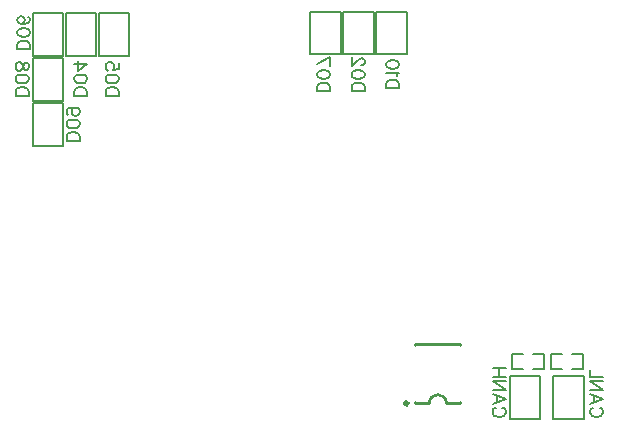
<source format=gbo>
G04 Layer: BottomSilkscreenLayer*
G04 EasyEDA v6.5.47, 2024-10-31 16:23:14*
G04 d01961b007cd42f0ad862483726119fd,f99730456eb041dfa0a19156df6b2b6d,10*
G04 Gerber Generator version 0.2*
G04 Scale: 100 percent, Rotated: No, Reflected: No *
G04 Dimensions in millimeters *
G04 leading zeros omitted , absolute positions ,4 integer and 5 decimal *
%FSLAX45Y45*%
%MOMM*%

%ADD10C,0.1524*%
%ADD11C,0.2000*%
%ADD12C,0.2540*%
%ADD13C,0.3000*%

%LPD*%
D10*
X3480815Y-698500D02*
G01*
X3371850Y-698500D01*
X3480815Y-698500D02*
G01*
X3480815Y-662178D01*
X3475736Y-646429D01*
X3465322Y-636270D01*
X3454908Y-630936D01*
X3439159Y-625855D01*
X3413252Y-625855D01*
X3397758Y-630936D01*
X3387343Y-636270D01*
X3376929Y-646429D01*
X3371850Y-662178D01*
X3371850Y-698500D01*
X3480815Y-560323D02*
G01*
X3475736Y-575818D01*
X3459988Y-586231D01*
X3434079Y-591565D01*
X3418586Y-591565D01*
X3392424Y-586231D01*
X3376929Y-575818D01*
X3371850Y-560323D01*
X3371850Y-549910D01*
X3376929Y-534415D01*
X3392424Y-524002D01*
X3418586Y-518668D01*
X3434079Y-518668D01*
X3459988Y-524002D01*
X3475736Y-534415D01*
X3480815Y-549910D01*
X3480815Y-560323D01*
X3454908Y-479297D02*
G01*
X3459988Y-479297D01*
X3470402Y-473963D01*
X3475736Y-468884D01*
X3480815Y-458470D01*
X3480815Y-437642D01*
X3475736Y-427228D01*
X3470402Y-422147D01*
X3459988Y-416813D01*
X3449574Y-416813D01*
X3439159Y-422147D01*
X3423665Y-432562D01*
X3371850Y-484378D01*
X3371850Y-411734D01*
X1398015Y-736600D02*
G01*
X1289050Y-736600D01*
X1398015Y-736600D02*
G01*
X1398015Y-700278D01*
X1392936Y-684529D01*
X1382521Y-674370D01*
X1372107Y-669036D01*
X1356360Y-663955D01*
X1330452Y-663955D01*
X1314957Y-669036D01*
X1304544Y-674370D01*
X1294129Y-684529D01*
X1289050Y-700278D01*
X1289050Y-736600D01*
X1398015Y-598423D02*
G01*
X1392936Y-613918D01*
X1377187Y-624331D01*
X1351279Y-629665D01*
X1335786Y-629665D01*
X1309623Y-624331D01*
X1294129Y-613918D01*
X1289050Y-598423D01*
X1289050Y-588010D01*
X1294129Y-572515D01*
X1309623Y-562102D01*
X1335786Y-556768D01*
X1351279Y-556768D01*
X1377187Y-562102D01*
X1392936Y-572515D01*
X1398015Y-588010D01*
X1398015Y-598423D01*
X1398015Y-460247D02*
G01*
X1398015Y-512063D01*
X1351279Y-517397D01*
X1356360Y-512063D01*
X1361694Y-496570D01*
X1361694Y-481076D01*
X1356360Y-465328D01*
X1346200Y-454913D01*
X1330452Y-449834D01*
X1320037Y-449834D01*
X1304544Y-454913D01*
X1294129Y-465328D01*
X1289050Y-481076D01*
X1289050Y-496570D01*
X1294129Y-512063D01*
X1299210Y-517397D01*
X1309623Y-522478D01*
X648715Y-342900D02*
G01*
X539750Y-342900D01*
X648715Y-342900D02*
G01*
X648715Y-306578D01*
X643636Y-290829D01*
X633221Y-280670D01*
X622807Y-275336D01*
X607060Y-270255D01*
X581152Y-270255D01*
X565657Y-275336D01*
X555244Y-280670D01*
X544829Y-290829D01*
X539750Y-306578D01*
X539750Y-342900D01*
X648715Y-204723D02*
G01*
X643636Y-220218D01*
X627887Y-230631D01*
X601979Y-235965D01*
X586486Y-235965D01*
X560323Y-230631D01*
X544829Y-220218D01*
X539750Y-204723D01*
X539750Y-194310D01*
X544829Y-178815D01*
X560323Y-168402D01*
X586486Y-163068D01*
X601979Y-163068D01*
X627887Y-168402D01*
X643636Y-178815D01*
X648715Y-194310D01*
X648715Y-204723D01*
X633221Y-66547D02*
G01*
X643636Y-71628D01*
X648715Y-87376D01*
X648715Y-97789D01*
X643636Y-113284D01*
X627887Y-123697D01*
X601979Y-128778D01*
X576071Y-128778D01*
X555244Y-123697D01*
X544829Y-113284D01*
X539750Y-97789D01*
X539750Y-92455D01*
X544829Y-76962D01*
X555244Y-66547D01*
X570737Y-61213D01*
X576071Y-61213D01*
X591565Y-66547D01*
X601979Y-76962D01*
X607060Y-92455D01*
X607060Y-97789D01*
X601979Y-113284D01*
X591565Y-123697D01*
X576071Y-128778D01*
X636015Y-736600D02*
G01*
X527050Y-736600D01*
X636015Y-736600D02*
G01*
X636015Y-700278D01*
X630936Y-684529D01*
X620521Y-674370D01*
X610107Y-669036D01*
X594360Y-663955D01*
X568452Y-663955D01*
X552957Y-669036D01*
X542544Y-674370D01*
X532129Y-684529D01*
X527050Y-700278D01*
X527050Y-736600D01*
X636015Y-598423D02*
G01*
X630936Y-613918D01*
X615187Y-624331D01*
X589279Y-629665D01*
X573786Y-629665D01*
X547623Y-624331D01*
X532129Y-613918D01*
X527050Y-598423D01*
X527050Y-588010D01*
X532129Y-572515D01*
X547623Y-562102D01*
X573786Y-556768D01*
X589279Y-556768D01*
X615187Y-562102D01*
X630936Y-572515D01*
X636015Y-588010D01*
X636015Y-598423D01*
X636015Y-496570D02*
G01*
X630936Y-512063D01*
X620521Y-517397D01*
X610107Y-517397D01*
X599694Y-512063D01*
X594360Y-501650D01*
X589279Y-481076D01*
X584200Y-465328D01*
X573786Y-454913D01*
X563371Y-449834D01*
X547623Y-449834D01*
X537210Y-454913D01*
X532129Y-460247D01*
X527050Y-475742D01*
X527050Y-496570D01*
X532129Y-512063D01*
X537210Y-517397D01*
X547623Y-522478D01*
X563371Y-522478D01*
X573786Y-517397D01*
X584200Y-506984D01*
X589279Y-491489D01*
X594360Y-470662D01*
X599694Y-460247D01*
X610107Y-454913D01*
X620521Y-454913D01*
X630936Y-460247D01*
X636015Y-475742D01*
X636015Y-496570D01*
X3772915Y-673100D02*
G01*
X3663950Y-673100D01*
X3772915Y-673100D02*
G01*
X3772915Y-636778D01*
X3767836Y-621029D01*
X3757422Y-610870D01*
X3747008Y-605536D01*
X3731259Y-600455D01*
X3705352Y-600455D01*
X3689858Y-605536D01*
X3679443Y-610870D01*
X3669029Y-621029D01*
X3663950Y-636778D01*
X3663950Y-673100D01*
X3752088Y-566165D02*
G01*
X3757422Y-555752D01*
X3772915Y-540004D01*
X3663950Y-540004D01*
X3772915Y-474726D02*
G01*
X3767836Y-490220D01*
X3752088Y-500634D01*
X3726179Y-505713D01*
X3710686Y-505713D01*
X3684524Y-500634D01*
X3669029Y-490220D01*
X3663950Y-474726D01*
X3663950Y-464312D01*
X3669029Y-448563D01*
X3684524Y-438150D01*
X3710686Y-433070D01*
X3726179Y-433070D01*
X3752088Y-438150D01*
X3767836Y-448563D01*
X3772915Y-464312D01*
X3772915Y-474726D01*
X1131315Y-736600D02*
G01*
X1022350Y-736600D01*
X1131315Y-736600D02*
G01*
X1131315Y-700278D01*
X1126236Y-684529D01*
X1115821Y-674370D01*
X1105407Y-669036D01*
X1089660Y-663955D01*
X1063752Y-663955D01*
X1048257Y-669036D01*
X1037844Y-674370D01*
X1027429Y-684529D01*
X1022350Y-700278D01*
X1022350Y-736600D01*
X1131315Y-598423D02*
G01*
X1126236Y-613918D01*
X1110487Y-624331D01*
X1084579Y-629665D01*
X1069086Y-629665D01*
X1042923Y-624331D01*
X1027429Y-613918D01*
X1022350Y-598423D01*
X1022350Y-588010D01*
X1027429Y-572515D01*
X1042923Y-562102D01*
X1069086Y-556768D01*
X1084579Y-556768D01*
X1110487Y-562102D01*
X1126236Y-572515D01*
X1131315Y-588010D01*
X1131315Y-598423D01*
X1131315Y-470662D02*
G01*
X1058671Y-522478D01*
X1058671Y-444500D01*
X1131315Y-470662D02*
G01*
X1022350Y-470662D01*
X3188715Y-698500D02*
G01*
X3079750Y-698500D01*
X3188715Y-698500D02*
G01*
X3188715Y-662178D01*
X3183636Y-646429D01*
X3173222Y-636270D01*
X3162808Y-630936D01*
X3147059Y-625855D01*
X3121152Y-625855D01*
X3105658Y-630936D01*
X3095243Y-636270D01*
X3084829Y-646429D01*
X3079750Y-662178D01*
X3079750Y-698500D01*
X3188715Y-560323D02*
G01*
X3183636Y-575818D01*
X3167888Y-586231D01*
X3141979Y-591565D01*
X3126486Y-591565D01*
X3100324Y-586231D01*
X3084829Y-575818D01*
X3079750Y-560323D01*
X3079750Y-549910D01*
X3084829Y-534415D01*
X3100324Y-524002D01*
X3126486Y-518668D01*
X3141979Y-518668D01*
X3167888Y-524002D01*
X3183636Y-534415D01*
X3188715Y-549910D01*
X3188715Y-560323D01*
X3188715Y-411734D02*
G01*
X3079750Y-463550D01*
X3188715Y-484378D02*
G01*
X3188715Y-411734D01*
X1067815Y-1117600D02*
G01*
X958850Y-1117600D01*
X1067815Y-1117600D02*
G01*
X1067815Y-1081278D01*
X1062736Y-1065529D01*
X1052321Y-1055370D01*
X1041907Y-1050036D01*
X1026160Y-1044955D01*
X1000252Y-1044955D01*
X984757Y-1050036D01*
X974344Y-1055370D01*
X963929Y-1065529D01*
X958850Y-1081278D01*
X958850Y-1117600D01*
X1067815Y-979423D02*
G01*
X1062736Y-994918D01*
X1046987Y-1005331D01*
X1021079Y-1010665D01*
X1005586Y-1010665D01*
X979423Y-1005331D01*
X963929Y-994918D01*
X958850Y-979423D01*
X958850Y-969010D01*
X963929Y-953515D01*
X979423Y-943102D01*
X1005586Y-937768D01*
X1021079Y-937768D01*
X1046987Y-943102D01*
X1062736Y-953515D01*
X1067815Y-969010D01*
X1067815Y-979423D01*
X1031494Y-835913D02*
G01*
X1016000Y-841247D01*
X1005586Y-851662D01*
X1000252Y-867155D01*
X1000252Y-872489D01*
X1005586Y-887984D01*
X1016000Y-898397D01*
X1031494Y-903478D01*
X1036573Y-903478D01*
X1052321Y-898397D01*
X1062736Y-887984D01*
X1067815Y-872489D01*
X1067815Y-867155D01*
X1062736Y-851662D01*
X1052321Y-841247D01*
X1031494Y-835913D01*
X1005586Y-835913D01*
X979423Y-841247D01*
X963929Y-851662D01*
X958850Y-867155D01*
X958850Y-877570D01*
X963929Y-893063D01*
X974344Y-898397D01*
X4648708Y-3376421D02*
G01*
X4659122Y-3381755D01*
X4669536Y-3392170D01*
X4674615Y-3402329D01*
X4674615Y-3423157D01*
X4669536Y-3433571D01*
X4659122Y-3443986D01*
X4648708Y-3449320D01*
X4632959Y-3454400D01*
X4607052Y-3454400D01*
X4591558Y-3449320D01*
X4581143Y-3443986D01*
X4570729Y-3433571D01*
X4565650Y-3423157D01*
X4565650Y-3402329D01*
X4570729Y-3392170D01*
X4581143Y-3381755D01*
X4591558Y-3376421D01*
X4674615Y-3300729D02*
G01*
X4565650Y-3342131D01*
X4674615Y-3300729D02*
G01*
X4565650Y-3259073D01*
X4601972Y-3326637D02*
G01*
X4601972Y-3274568D01*
X4674615Y-3224784D02*
G01*
X4565650Y-3224784D01*
X4674615Y-3224784D02*
G01*
X4565650Y-3152139D01*
X4674615Y-3152139D02*
G01*
X4565650Y-3152139D01*
X4674615Y-3117850D02*
G01*
X4565650Y-3117850D01*
X4674615Y-3044952D02*
G01*
X4565650Y-3044952D01*
X4622800Y-3117850D02*
G01*
X4622800Y-3044952D01*
X5474208Y-3376421D02*
G01*
X5484622Y-3381755D01*
X5495036Y-3392170D01*
X5500115Y-3402329D01*
X5500115Y-3423157D01*
X5495036Y-3433571D01*
X5484622Y-3443986D01*
X5474208Y-3449320D01*
X5458459Y-3454400D01*
X5432552Y-3454400D01*
X5417058Y-3449320D01*
X5406643Y-3443986D01*
X5396229Y-3433571D01*
X5391150Y-3423157D01*
X5391150Y-3402329D01*
X5396229Y-3392170D01*
X5406643Y-3381755D01*
X5417058Y-3376421D01*
X5500115Y-3300729D02*
G01*
X5391150Y-3342131D01*
X5500115Y-3300729D02*
G01*
X5391150Y-3259073D01*
X5427472Y-3326637D02*
G01*
X5427472Y-3274568D01*
X5500115Y-3224784D02*
G01*
X5391150Y-3224784D01*
X5500115Y-3224784D02*
G01*
X5391150Y-3152139D01*
X5500115Y-3152139D02*
G01*
X5391150Y-3152139D01*
X5500115Y-3117850D02*
G01*
X5391150Y-3117850D01*
X5391150Y-3117850D02*
G01*
X5391150Y-3055365D01*
X4906721Y-2918439D02*
G01*
X5002608Y-2918439D01*
X5002608Y-3050560D01*
X4906721Y-3050560D01*
X4821478Y-2918439D02*
G01*
X4725591Y-2918439D01*
X4725591Y-3050560D01*
X4821478Y-3050560D01*
X5236921Y-2918439D02*
G01*
X5332808Y-2918439D01*
X5332808Y-3050560D01*
X5236921Y-3050560D01*
X5151678Y-2918439D02*
G01*
X5055791Y-2918439D01*
X5055791Y-3050560D01*
X5151678Y-3050560D01*
D11*
X3558999Y-383199D02*
G01*
X3558999Y-23200D01*
X3299000Y-23200D01*
X3299000Y-383199D01*
X3558999Y-383199D01*
X1488899Y-395899D02*
G01*
X1488899Y-35900D01*
X1228900Y-35900D01*
X1228900Y-395899D01*
X1488899Y-395899D01*
X930099Y-395899D02*
G01*
X930099Y-35900D01*
X670100Y-35900D01*
X670100Y-395899D01*
X930099Y-395899D01*
X930099Y-776899D02*
G01*
X930099Y-416900D01*
X670100Y-416900D01*
X670100Y-776899D01*
X930099Y-776899D01*
X3838399Y-383199D02*
G01*
X3838399Y-23200D01*
X3578400Y-23200D01*
X3578400Y-383199D01*
X3838399Y-383199D01*
D12*
X3952100Y-3336099D02*
G01*
X4029443Y-3336099D01*
X4252099Y-3336099D02*
G01*
X4174728Y-3336099D01*
X4252099Y-3336099D02*
G01*
X4292600Y-3336099D01*
X4292600Y-3326958D01*
X3952100Y-2836100D02*
G01*
X3911600Y-2836100D01*
X3911600Y-2845241D01*
X3952100Y-3336099D02*
G01*
X3911600Y-3336099D01*
X3911600Y-3326958D01*
X4252099Y-2836100D02*
G01*
X4292600Y-2836100D01*
X4292600Y-2845241D01*
X4252099Y-2836100D02*
G01*
X3952100Y-2836100D01*
D11*
X1209499Y-395899D02*
G01*
X1209499Y-35900D01*
X949500Y-35900D01*
X949500Y-395899D01*
X1209499Y-395899D01*
X3279599Y-383199D02*
G01*
X3279599Y-23200D01*
X3019600Y-23200D01*
X3019600Y-383199D01*
X3279599Y-383199D01*
X930099Y-1157899D02*
G01*
X930099Y-797900D01*
X670100Y-797900D01*
X670100Y-1157899D01*
X930099Y-1157899D01*
X4968699Y-3469299D02*
G01*
X4968699Y-3109300D01*
X4708700Y-3109300D01*
X4708700Y-3469299D01*
X4968699Y-3469299D01*
X5336999Y-3469299D02*
G01*
X5336999Y-3109300D01*
X5077000Y-3109300D01*
X5077000Y-3469299D01*
X5336999Y-3469299D01*
D12*
G75*
G01*
X4029443Y-3336100D02*
G02*
X4174729Y-3335609I72657J-3980D01*
D13*
G75*
G01
X3850411Y-3340100D02*
G03X3850411Y-3340100I-15011J0D01*
M02*

</source>
